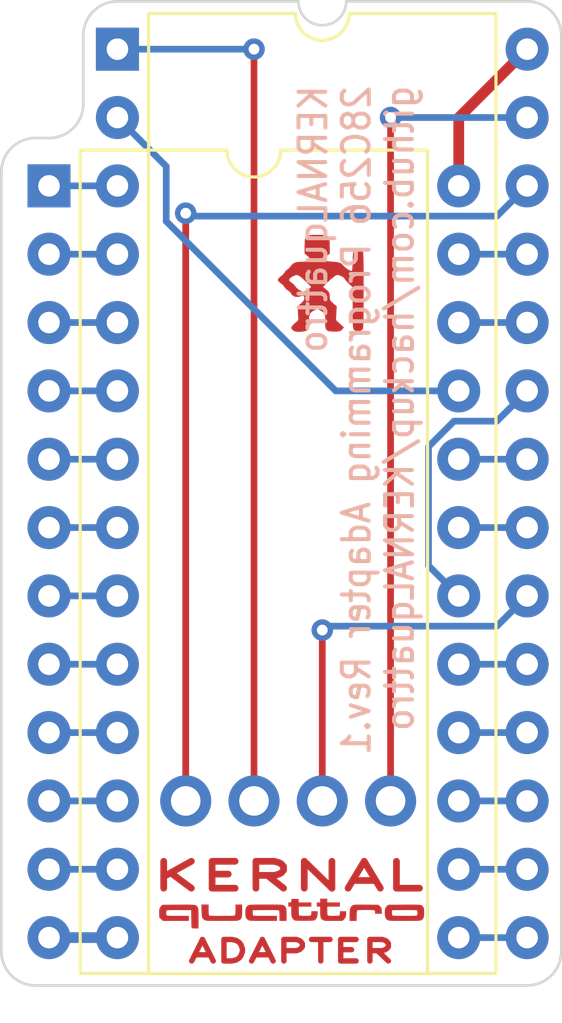
<source format=kicad_pcb>
(kicad_pcb (version 20211014) (generator pcbnew)
  (title_block (title "KERNALquattro Adapter") (rev "1") (company "www.hackup.net") (comment 1 "Creative Commons Attribution-NonCommercial-ShareAlike 4.0 International License.") (comment 2 "This work is licensed under a"))
  (layers (0 "F.Cu" signal) (31 "B.Cu" signal) (34 "B.Paste" user) (35 "F.Paste" user) (36 "B.SilkS" user "B.Silkscreen") (37 "F.SilkS" user "F.Silkscreen") (38 "B.Mask" user) (39 "F.Mask" user) (44 "Edge.Cuts" user))
  (net 0 "")
  (net 1 "/A7")
  (net 2 "/A6")
  (net 3 "/A5")
  (net 4 "/A4")
  (net 5 "/A3")
  (net 6 "/A2")
  (net 7 "/A1")
  (net 8 "/A0")
  (net 9 "/D0")
  (net 10 "/D1")
  (net 11 "/D2")
  (net 12 "GND")
  (net 13 "/D3")
  (net 14 "/D4")
  (net 15 "/D5")
  (net 16 "/D6")
  (net 17 "/D7")
  (net 18 "/A11")
  (net 19 "/A10")
  (net 20 "/OE")
  (net 21 "/A12")
  (net 22 "/A9")
  (net 23 "/A8")
  (net 24 "+5V")
  (net 25 "/A13")
  (net 26 "/A14")
  (net 27 "/CS")
  (net 28 "/WE")
  (footprint "Package_DIP:DIP-24_W15.24mm_Socket" (layer "F.Cu") (at 99.055 81.28)
    (fp_text reference "CN1" hide)
    (fp_text value "2364")
    (fp_line (start 1.16 -1.33) (end 1.16 29.27) (layer "F.SilkS") (width 0.12))
    (fp_line (start 14.08 29.27) (end 14.08 -1.33) (layer "F.SilkS") (width 0.12))
    (fp_line (start 14.08 -1.33) (end 8.62 -1.33) (layer "F.SilkS") (width 0.12))
    (fp_line (start 6.62 -1.33) (end 1.16 -1.33) (layer "F.SilkS") (width 0.12))
    (fp_line (start 1.16 29.27) (end 14.08 29.27) (layer "F.SilkS") (width 0.12))
    (fp_arc (start 8.62 -1.33) (mid 7.62 -0.33) (end 6.62 -1.33) (layer "F.SilkS") (width 0.12))
    (pad "1" thru_hole rect (at 0 0) (size 1.6 1.6) (drill 0.8) (layers *.Cu *.Mask) (net 1 "/A7"))
    (pad "2" thru_hole oval (at 0 2.54) (size 1.6 1.6) (drill 0.8) (layers *.Cu *.Mask) (net 2 "/A6"))
    (pad "3" thru_hole oval (at 0 5.08) (size 1.6 1.6) (drill 0.8) (layers *.Cu *.Mask) (net 3 "/A5"))
    (pad "4" thru_hole oval (at 0 7.62) (size 1.6 1.6) (drill 0.8) (layers *.Cu *.Mask) (net 4 "/A4"))
    (pad "5" thru_hole oval (at 0 10.16) (size 1.6 1.6) (drill 0.8) (layers *.Cu *.Mask) (net 5 "/A3"))
    (pad "6" thru_hole oval (at 0 12.7) (size 1.6 1.6) (drill 0.8) (layers *.Cu *.Mask) (net 6 "/A2"))
    (pad "7" thru_hole oval (at 0 15.24) (size 1.6 1.6) (drill 0.8) (layers *.Cu *.Mask) (net 7 "/A1"))
    (pad "8" thru_hole oval (at 0 17.78) (size 1.6 1.6) (drill 0.8) (layers *.Cu *.Mask) (net 8 "/A0"))
    (pad "9" thru_hole oval (at 0 20.32) (size 1.6 1.6) (drill 0.8) (layers *.Cu *.Mask) (net 9 "/D0"))
    (pad "10" thru_hole oval (at 0 22.86) (size 1.6 1.6) (drill 0.8) (layers *.Cu *.Mask) (net 10 "/D1"))
    (pad "11" thru_hole oval (at 0 25.4) (size 1.6 1.6) (drill 0.8) (layers *.Cu *.Mask) (net 11 "/D2"))
    (pad "12" thru_hole oval (at 0 27.94) (size 1.6 1.6) (drill 0.8) (layers *.Cu *.Mask) (net 12 "GND"))
    (pad "13" thru_hole oval (at 15.24 27.94) (size 1.6 1.6) (drill 0.8) (layers *.Cu *.Mask) (net 13 "/D3"))
    (pad "14" thru_hole oval (at 15.24 25.4) (size 1.6 1.6) (drill 0.8) (layers *.Cu *.Mask) (net 14 "/D4"))
    (pad "15" thru_hole oval (at 15.24 22.86) (size 1.6 1.6) (drill 0.8) (layers *.Cu *.Mask) (net 15 "/D5"))
    (pad "16" thru_hole oval (at 15.24 20.32) (size 1.6 1.6) (drill 0.8) (layers *.Cu *.Mask) (net 16 "/D6"))
    (pad "17" thru_hole oval (at 15.24 17.78) (size 1.6 1.6) (drill 0.8) (layers *.Cu *.Mask) (net 17 "/D7"))
    (pad "18" thru_hole oval (at 15.24 15.24) (size 1.6 1.6) (drill 0.8) (layers *.Cu *.Mask) (net 18 "/A11"))
    (pad "19" thru_hole oval (at 15.24 12.7) (size 1.6 1.6) (drill 0.8) (layers *.Cu *.Mask) (net 19 "/A10"))
    (pad "20" thru_hole oval (at 15.24 10.16) (size 1.6 1.6) (drill 0.8) (layers *.Cu *.Mask) (net 20 "/OE"))
    (pad "21" thru_hole oval (at 15.24 7.62) (size 1.6 1.6) (drill 0.8) (layers *.Cu *.Mask) (net 21 "/A12"))
    (pad "22" thru_hole oval (at 15.24 5.08) (size 1.6 1.6) (drill 0.8) (layers *.Cu *.Mask) (net 22 "/A9"))
    (pad "23" thru_hole oval (at 15.24 2.54) (size 1.6 1.6) (drill 0.8) (layers *.Cu *.Mask) (net 23 "/A8"))
    (pad "24" thru_hole oval (at 15.24 0) (size 1.6 1.6) (drill 0.8) (layers *.Cu *.Mask) (net 24 "+5V"))
  )
  (footprint "Connector_PinHeader_2.54mm:PinHeader_1x04_P2.54mm_Vertical" (layer "F.Cu") (at 104.14 104.14 90)
    (fp_text reference "J1" hide)
    (fp_text value "Pogo")
    (pad "1" thru_hole circle (at 0 0 90) (size 1.9 1.9) (drill 1.1) (layers *.Cu *.Mask) (net 25 "/A13"))
    (pad "2" thru_hole circle (at 0 2.54 90) (size 1.9 1.9) (drill 1.1) (layers *.Cu *.Mask) (net 26 "/A14"))
    (pad "3" thru_hole circle (at 0 5.08 90) (size 1.9 1.9) (drill 1.1) (layers *.Cu *.Mask) (net 27 "/CS"))
    (pad "4" thru_hole circle (at 0 7.62 90) (size 1.9 1.9) (drill 1.1) (layers *.Cu *.Mask) (net 28 "/WE"))
  )
  (footprint "Package_DIP:DIP-28_W15.24mm" (layer "F.Cu") (at 101.6 76.2)
    (fp_text reference "U1" hide)
    (fp_text value "28C256")
    (fp_line (start 14.08 -1.33) (end 8.62 -1.33) (layer "F.SilkS") (width 0.12))
    (fp_line (start 14.08 34.35) (end 14.08 -1.33) (layer "F.SilkS") (width 0.12))
    (fp_line (start 1.16 -1.33) (end 1.16 34.35) (layer "F.SilkS") (width 0.12))
    (fp_line (start 6.62 -1.33) (end 1.16 -1.33) (layer "F.SilkS") (width 0.12))
    (fp_line (start 1.16 34.35) (end 14.08 34.35) (layer "F.SilkS") (width 0.12))
    (fp_arc (start 8.62 -1.33) (mid 7.62 -0.33) (end 6.62 -1.33) (layer "F.SilkS") (width 0.12))
    (pad "1" thru_hole rect (at 0 0) (size 1.6 1.6) (drill 0.8) (layers *.Cu *.Mask) (net 26 "/A14"))
    (pad "2" thru_hole oval (at 0 2.54) (size 1.6 1.6) (drill 0.8) (layers *.Cu *.Mask) (net 21 "/A12"))
    (pad "3" thru_hole oval (at 0 5.08) (size 1.6 1.6) (drill 0.8) (layers *.Cu *.Mask) (net 1 "/A7"))
    (pad "4" thru_hole oval (at 0 7.62) (size 1.6 1.6) (drill 0.8) (layers *.Cu *.Mask) (net 2 "/A6"))
    (pad "5" thru_hole oval (at 0 10.16) (size 1.6 1.6) (drill 0.8) (layers *.Cu *.Mask) (net 3 "/A5"))
    (pad "6" thru_hole oval (at 0 12.7) (size 1.6 1.6) (drill 0.8) (layers *.Cu *.Mask) (net 4 "/A4"))
    (pad "7" thru_hole oval (at 0 15.24) (size 1.6 1.6) (drill 0.8) (layers *.Cu *.Mask) (net 5 "/A3"))
    (pad "8" thru_hole oval (at 0 17.78) (size 1.6 1.6) (drill 0.8) (layers *.Cu *.Mask) (net 6 "/A2"))
    (pad "9" thru_hole oval (at 0 20.32) (size 1.6 1.6) (drill 0.8) (layers *.Cu *.Mask) (net 7 "/A1"))
    (pad "10" thru_hole oval (at 0 22.86) (size 1.6 1.6) (drill 0.8) (layers *.Cu *.Mask) (net 8 "/A0"))
    (pad "11" thru_hole oval (at 0 25.4) (size 1.6 1.6) (drill 0.8) (layers *.Cu *.Mask) (net 9 "/D0"))
    (pad "12" thru_hole oval (at 0 27.94) (size 1.6 1.6) (drill 0.8) (layers *.Cu *.Mask) (net 10 "/D1"))
    (pad "13" thru_hole oval (at 0 30.48) (size 1.6 1.6) (drill 0.8) (layers *.Cu *.Mask) (net 11 "/D2"))
    (pad "14" thru_hole oval (at 0 33.02) (size 1.6 1.6) (drill 0.8) (layers *.Cu *.Mask) (net 12 "GND"))
    (pad "15" thru_hole oval (at 15.24 33.02) (size 1.6 1.6) (drill 0.8) (layers *.Cu *.Mask) (net 13 "/D3"))
    (pad "16" thru_hole oval (at 15.24 30.48) (size 1.6 1.6) (drill 0.8) (layers *.Cu *.Mask) (net 14 "/D4"))
    (pad "17" thru_hole oval (at 15.24 27.94) (size 1.6 1.6) (drill 0.8) (layers *.Cu *.Mask) (net 15 "/D5"))
    (pad "18" thru_hole oval (at 15.24 25.4) (size 1.6 1.6) (drill 0.8) (layers *.Cu *.Mask) (net 16 "/D6"))
    (pad "19" thru_hole oval (at 15.24 22.86) (size 1.6 1.6) (drill 0.8) (layers *.Cu *.Mask) (net 17 "/D7"))
    (pad "20" thru_hole oval (at 15.24 20.32) (size 1.6 1.6) (drill 0.8) (layers *.Cu *.Mask) (net 27 "/CS"))
    (pad "21" thru_hole oval (at 15.24 17.78) (size 1.6 1.6) (drill 0.8) (layers *.Cu *.Mask) (net 19 "/A10"))
    (pad "22" thru_hole oval (at 15.24 15.24) (size 1.6 1.6) (drill 0.8) (layers *.Cu *.Mask) (net 20 "/OE"))
    (pad "23" thru_hole oval (at 15.24 12.7) (size 1.6 1.6) (drill 0.8) (layers *.Cu *.Mask) (net 18 "/A11"))
    (pad "24" thru_hole oval (at 15.24 10.16) (size 1.6 1.6) (drill 0.8) (layers *.Cu *.Mask) (net 22 "/A9"))
    (pad "25" thru_hole oval (at 15.24 7.62) (size 1.6 1.6) (drill 0.8) (layers *.Cu *.Mask) (net 23 "/A8"))
    (pad "26" thru_hole oval (at 15.24 5.08) (size 1.6 1.6) (drill 0.8) (layers *.Cu *.Mask) (net 25 "/A13"))
    (pad "27" thru_hole oval (at 15.24 2.54) (size 1.6 1.6) (drill 0.8) (layers *.Cu *.Mask) (net 28 "/WE"))
    (pad "28" thru_hole oval (at 15.24 0) (size 1.6 1.6) (drill 0.8) (layers *.Cu *.Mask) (net 24 "+5V"))
  )
  (footprint "Library:quattro" (layer "F.Cu") (at 108.080243 108.333644)
    (fp_text reference "G***" hide)
    (fp_text value "LOGO" hide)
    (fp_poly (pts (xy 1.326168 -0.421253) (xy 1.794227 -0.421253) (xy 1.794227 -0.265233) (xy 1.326168 -0.265233) (xy 1.326168 -0.112334) (xy 1.328224 -0.029089) (xy 1.334202 0.028579) (xy 1.343819 0.058068) (xy 1.34489 0.059288) (xy 1.368628 0.067579) (xy 1.415939 0.073583) (xy 1.479277 0.077298) (xy 1.551095 0.078725) (xy 1.623847 0.077864) (xy 1.689985 0.074715) (xy 1.741964 0.069278) (xy 1.772237 0.061552) (xy 1.775504 0.059288) (xy 1.787185 0.032852) (xy 1.793723 -0.010584) (xy 1.794227 -0.026523) (xy 1.794227 -0.093612) (xy 2.028256 -0.093612) (xy 2.028256 0.000775) (xy 2.02083 0.086763) (xy 1.996059 0.153544) (xy 1.950201 0.209992) (xy 1.934008 0.22437) (xy 1.885444 0.265234) (xy 1.547299 0.265175) (xy 1.434706 0.264942) (xy 1.348841 0.26405) (xy 1.28523 0.262148) (xy 1.239396 0.258885) (xy 1.206867 0.253908) (xy 1.183167 0.246866) (xy 1.163821 0.237406) (xy 1.159204 0.234661) (xy 1.121039 0.206793) (xy 1.093945 0.173477) (xy 1.076166 0.129142) (xy 1.065946 0.068213) (xy 1.061529 -0.01488) (xy 1.060934 -0.077235) (xy 1.060934 -0.265233) (xy 0.936118 -0.265233) (xy 0.936118 -0.421253) (xy 1.060934 -0.421253) (xy 1.060934 -0.561671) (xy 1.326168 -0.561671)) (layer "F.Cu") (width 0) (fill solid))
    (fp_poly (pts (xy -0.804202 -0.343107) (xy -0.677195 -0.342749) (xy -0.575123 -0.341979) (xy -0.494851 -0.34066) (xy -0.433244 -0.338658) (xy -0.387166 -0.335838) (xy -0.353485 -0.332066) (xy -0.329065 -0.327206) (xy -0.310771 -0.321124) (xy -0.297399 -0.314734) (xy -0.257884 -0.289325) (xy -0.228854 -0.258368) (xy -0.208794 -0.216947) (xy -0.196188 -0.160145) (xy -0.189521 -0.083045) (xy -0.187275 0.019271) (xy -0.187223 0.042662) (xy -0.187223 0.265234) (xy -0.452457 0.265234) (xy -0.452457 0.07992) (xy -0.453521 -0.006873) (xy -0.457011 -0.066728) (xy -0.463368 -0.103846) (xy -0.473034 -0.122429) (xy -0.473837 -0.123137) (xy -0.491943 -0.128647) (xy -0.532463 -0.132807) (xy -0.597117 -0.135663) (xy -0.687626 -0.137264) (xy -0.805709 -0.137655) (xy -0.953088 -0.136885) (xy -0.969199 -0.136749) (xy -1.443181 -0.132617) (xy -1.447941 -0.04944) (xy -1.447366 0.004845) (xy -1.439993 0.044848) (xy -1.434329 0.055874) (xy -1.423787 0.062585) (xy -1.402425 0.067848) (xy -1.36699 0.071821) (xy -1.314233 0.074664) (xy -1.240903 0.076534) (xy -1.143749 0.077591) (xy -1.019521 0.077993) (xy -0.981013 0.07801) (xy -0.546068 0.07801) (xy -0.546068 0.265234) (xy -1.057033 0.265175) (xy -1.197535 0.265062) (xy -1.310301 0.26463) (xy -1.398797 0.263693) (xy -1.466489 0.26206) (xy -1.516846 0.259544) (xy -1.553332 0.255956) (xy -1.579416 0.251107) (xy -1.598565 0.244809) (xy -1.614244 0.236873) (xy -1.617946 0.234661) (xy -1.665054 0.197713) (xy -1.696778 0.150674) (xy -1.715416 0.08761) (xy -1.723265 0.002587) (xy -1.723898 -0.039005) (xy -1.71973 -0.134499) (xy -1.705694 -0.205655) (xy -1.679493 -0.258407) (xy -1.638829 -0.298688) (xy -1.617946 -0.312671) (xy -1.603867 -0.32039) (xy -1.587359 -0.326685) (xy -1.565294 -0.331702) (xy -1.534545 -0.335584) (xy -1.491983 -0.338478) (xy -1.43448 -0.340527) (xy -1.35891 -0.341877) (xy -1.262144 -0.342672) (xy -1.141055 -0.343058) (xy -0.992514 -0.343179) (xy -0.959277 -0.343185)) (layer "F.Cu") (width 0) (fill solid))
    (fp_poly (pts (xy 2.651364 -0.340708) (xy 2.773012 -0.339659) (xy 3.229132 -0.335442) (xy 3.287352 -0.2772) (xy 3.318465 -0.243732) (xy 3.336632 -0.214009) (xy 3.346082 -0.17702) (xy 3.351042 -0.121754) (xy 3.351758 -0.109479) (xy 3.357944 0) (xy 3.104792 0) (xy 3.104792 -0.051486) (xy 3.099429 -0.092829) (xy 3.086487 -0.121264) (xy 3.086069 -0.121695) (xy 3.067331 -0.128886) (xy 3.025965 -0.134227) (xy 2.959775 -0.137844) (xy 2.866565 -0.139863) (xy 2.758977 -0.140417) (xy 2.653229 -0.140241) (xy 2.574428 -0.139447) (xy 2.518316 -0.13764) (xy 2.480638 -0.134424) (xy 2.457136 -0.129403) (xy 2.443555 -0.122182) (xy 2.435636 -0.112365) (xy 2.434456 -0.110239) (xy 2.427865 -0.082806) (xy 2.422573 -0.032002) (xy 2.419201 0.034348) (xy 2.418305 0.092586) (xy 2.418305 0.265234) (xy 2.153072 0.265234) (xy 2.153414 0.058508) (xy 2.156073 -0.054835) (xy 2.164574 -0.142013) (xy 2.180346 -0.207751) (xy 2.204814 -0.256774) (xy 2.239404 -0.293807) (xy 2.265279 -0.312033) (xy 2.281486 -0.321204) (xy 2.299398 -0.328373) (xy 2.322742 -0.333744) (xy 2.355244 -0.337518) (xy 2.400631 -0.339898) (xy 2.462629 -0.341089) (xy 2.544964 -0.341291)) (layer "F.Cu") (width 0) (fill solid))
    (fp_poly (pts (xy 0.26223 -0.487561) (xy 0.267028 -0.421253) (xy 0.733293 -0.421253) (xy 0.733293 -0.265233) (xy 0.265234 -0.265233) (xy 0.265234 -0.112334) (xy 0.26729 -0.029089) (xy 0.273268 0.028579) (xy 0.282885 0.058068) (xy 0.283956 0.059288) (xy 0.309361 0.068542) (xy 0.364291 0.074646) (xy 0.449364 0.077652) (xy 0.501835 0.07801) (xy 0.591163 0.077313) (xy 0.653958 0.073663) (xy 0.694886 0.064722) (xy 0.718613 0.048152) (xy 0.729803 0.021616) (xy 0.733123 -0.017226) (xy 0.733293 -0.037979) (xy 0.733293 -0.093612) (xy 0.967322 -0.093612) (xy 0.967322 -0.0073) (xy 0.956945 0.09005) (xy 0.924799 0.167699) (xy 0.882299 0.218428) (xy 0.867918 0.231096) (xy 0.852989 0.240714) (xy 0.833219 0.24775) (xy 0.804312 0.252673) (xy 0.761973 0.255951) (xy 0.701909 0.258054) (xy 0.619825 0.259448) (xy 0.511427 0.260603) (xy 0.49414 0.26077) (xy 0.391693 0.261161) (xy 0.298433 0.260389) (xy 0.219344 0.258586) (xy 0.159411 0.255883) (xy 0.123617 0.252414) (xy 0.117015 0.250775) (xy 0.06698 0.21579) (xy 0.023929 0.161792) (xy -0.000372 0.107915) (xy -0.006916 0.069478) (xy -0.012051 0.009585) (xy -0.015082 -0.062022) (xy -0.015601 -0.10521) (xy -0.015601 -0.265233) (xy -0.124815 -0.265233) (xy -0.124815 -0.421253) (xy -0.071105 -0.421253) (xy -0.037286 -0.423223) (xy -0.020954 -0.434942) (xy -0.014424 -0.465121) (xy -0.012598 -0.487561) (xy -0.0078 -0.55387) (xy 0.257433 -0.55387)) (layer "F.Cu") (width 0) (fill solid))
    (fp_poly (pts (xy -3.812526 -0.340915) (xy -3.727682 -0.338898) (xy -3.661902 -0.335031) (xy -3.612149 -0.328912) (xy -3.57539 -0.320139) (xy -3.548588 -0.308312) (xy -3.528708 -0.293029) (xy -3.512717 -0.273889) (xy -3.497578 -0.25049) (xy -3.494208 -0.244973) (xy -3.484515 -0.226896) (xy -3.477115 -0.205738) (xy -3.471701 -0.177277) (xy -3.467966 -0.137294) (xy -3.465605 -0.081566) (xy -3.464311 -0.005874) (xy -3.463778 0.094006) (xy -3.463694 0.175522) (xy -3.463636 0.546069) (xy -3.588941 0.546069) (xy -3.661651 0.543895) (xy -3.705297 0.537192) (xy -3.721459 0.526567) (xy -3.723828 0.505639) (xy -3.726268 0.458504) (xy -3.728616 0.390158) (xy -3.730705 0.305595) (xy -3.732371 0.209812) (xy -3.732671 0.187224) (xy -3.73667 -0.132617) (xy -4.179431 -0.136763) (xy -4.324775 -0.137655) (xy -4.440673 -0.137289) (xy -4.528859 -0.135612) (xy -4.591067 -0.132575) (xy -4.629031 -0.128126) (xy -4.643589 -0.123152) (xy -4.657192 -0.095947) (xy -4.663923 -0.051004) (xy -4.663596 -0.001064) (xy -4.656025 0.041132) (xy -4.646265 0.059288) (xy -4.629921 0.065549) (xy -4.59336 0.070419) (xy -4.534311 0.073998) (xy -4.450503 0.076387) (xy -4.339666 0.077686) (xy -4.225012 0.07801) (xy -3.822481 0.07801) (xy -3.822481 0.265234) (xy -4.791011 0.265234) (xy -4.856715 0.203966) (xy -4.92242 0.142697) (xy -4.927856 -0.007524) (xy -4.928835 -0.097351) (xy -4.922883 -0.163805) (xy -4.907955 -0.214331) (xy -4.882005 -0.256375) (xy -4.850069 -0.290704) (xy -4.803388 -0.335442) (xy -4.211783 -0.339878) (xy -4.051541 -0.341004) (xy -3.919467 -0.341483)) (layer "F.Cu") (width 0) (fill solid))
    (fp_poly (pts (xy -3.089189 -0.151339) (xy -3.087552 -0.052535) (xy -3.082625 0.015505) (xy -3.074385 0.053047) (xy -3.070466 0.059288) (xy -3.055013 0.065168) (xy -3.020209 0.069825) (xy -2.96382 0.073346) (xy -2.883616 0.075819) (xy -2.777365 0.077332) (xy -2.642832 0.077974) (xy -2.595721 0.07801) (xy -2.462048 0.077822) (xy -2.356182 0.077142) (xy -2.274726 0.075798) (xy -2.214284 0.073616) (xy -2.17146 0.070422) (xy -2.142858 0.066044) (xy -2.125082 0.060307) (xy -2.11518 0.053493) (xy -2.104224 0.03618) (xy -2.096939 0.006645) (xy -2.092696 -0.04051) (xy -2.090868 -0.11068) (xy -2.090663 -0.157134) (xy -2.090663 -0.343243) (xy -1.841031 -0.343243) (xy -1.841031 -0.11624) (xy -1.842198 -0.010987) (xy -1.846646 0.068203) (xy -1.8558 0.126413) (xy -1.871084 0.16873) (xy -1.893922 0.200238) (xy -1.925738 0.226022) (xy -1.939301 0.234661) (xy -1.953471 0.242428) (xy -1.97008 0.248752) (xy -1.992279 0.25378) (xy -2.023222 0.257662) (xy -2.06606 0.260543) (xy -2.123946 0.262572) (xy -2.20003 0.263897) (xy -2.297466 0.264664) (xy -2.419405 0.265021) (xy -2.569 0.265116) (xy -2.589926 0.265117) (xy -2.743232 0.265044) (xy -2.868486 0.264726) (xy -2.968839 0.264017) (xy -3.047443 0.262769) (xy -3.107449 0.260835) (xy -3.152008 0.258067) (xy -3.184272 0.254318) (xy -3.207393 0.249441) (xy -3.224521 0.243289) (xy -3.238808 0.235715) (xy -3.24046 0.234716) (xy -3.278372 0.208958) (xy -3.306182 0.181239) (xy -3.325589 0.146267) (xy -3.338293 0.098747) (xy -3.345996 0.033386) (xy -3.350396 -0.055109) (xy -3.351953 -0.112381) (xy -3.357284 -0.343243) (xy -3.089189 -0.343243)) (layer "F.Cu") (width 0) (fill solid))
    (fp_poly (pts (xy 4.581475 -0.340914) (xy 4.666291 -0.338895) (xy 4.732048 -0.335024) (xy 4.781779 -0.328901) (xy 4.818522 -0.320122) (xy 4.845312 -0.308287) (xy 4.865183 -0.292995) (xy 4.881173 -0.273843) (xy 4.896317 -0.250429) (xy 4.899649 -0.244973) (xy 4.914634 -0.214199) (xy 4.923925 -0.176418) (xy 4.928705 -0.123769) (xy 4.930156 -0.048391) (xy 4.930163 -0.04213) (xy 4.927341 0.051727) (xy 4.917364 0.120822) (xy 4.89809 0.171192) (xy 4.867377 0.208873) (xy 4.831952 0.234661) (xy 4.817598 0.242522) (xy 4.800781 0.248903) (xy 4.7783 0.253957) (xy 4.746954 0.257839) (xy 4.703542 0.2607) (xy 4.644865 0.262694) (xy 4.56772 0.263976) (xy 4.468907 0.264697) (xy 4.345226 0.265011) (xy 4.196929 0.265072) (xy 4.045932 0.26499) (xy 3.922954 0.264665) (xy 3.824812 0.263941) (xy 3.74832 0.262663) (xy 3.690294 0.260675) (xy 3.64755 0.257822) (xy 3.616903 0.25395) (xy 3.59517 0.248901) (xy 3.579165 0.242521) (xy 3.565704 0.234654) (xy 3.56505 0.234225) (xy 3.519082 0.195431) (xy 3.488449 0.146564) (xy 3.470842 0.081488) (xy 3.463958 -0.005934) (xy 3.463637 -0.035636) (xy 3.464083 -0.04944) (xy 3.731911 -0.04944) (xy 3.732486 0.004845) (xy 3.739859 0.044848) (xy 3.745523 0.055874) (xy 3.75599 0.062533) (xy 3.777215 0.067767) (xy 3.812426 0.071731) (xy 3.864845 0.07458) (xy 3.937698 0.076468) (xy 4.03421 0.077551) (xy 4.157605 0.077984) (xy 4.206092 0.07801) (xy 4.335256 0.077916) (xy 4.43672 0.077479) (xy 4.513988 0.076469) (xy 4.570563 0.074655) (xy 4.609949 0.071806) (xy 4.63565 0.067692) (xy 4.651168 0.062083) (xy 4.660009 0.054746) (xy 4.664439 0.047832) (xy 4.676693 0.00731) (xy 4.680025 -0.042818) (xy 4.674826 -0.089815) (xy 4.661487 -0.120948) (xy 4.659197 -0.123148) (xy 4.640753 -0.128798) (xy 4.599642 -0.13302) (xy 4.534133 -0.135865) (xy 4.442494 -0.137382) (xy 4.322995 -0.137622) (xy 4.187237 -0.13676) (xy 3.736671 -0.132617) (xy 3.731911 -0.04944) (xy 3.464083 -0.04944) (xy 3.466417 -0.121725) (xy 3.476558 -0.18519) (xy 3.49676 -0.234261) (xy 3.529723 -0.277166) (xy 3.549206 -0.296437) (xy 3.590933 -0.335442) (xy 4.182306 -0.339878) (xy 4.342518 -0.341004) (xy 4.474562 -0.341483)) (layer "F.Cu") (width 0) (fill solid))
  )
  (footprint "Logo:bigby2-cu" (layer "F.Cu") (at 109.22 84.836)
    (fp_text reference "G***" hide)
    (fp_text value "LOGO" hide)
    (fp_poly (pts (xy -0.011485 -1.728467) (xy 0.113732 -1.717124) (xy 0.194843 -1.687923) (xy 0.241542 -1.632439) (xy 0.263521 -1.542246) (xy 0.270474 -1.408921) (xy 0.271308 -1.328994) (xy 0.273257 -1.04049) (xy 0.168379 -0.956808) (xy 0.105032 -0.892095) (xy 0.067481 -0.826879) (xy 0.062385 -0.77734) (xy 0.087312 -0.759744) (xy 0.127711 -0.756134) (xy 0.215607 -0.74839) (xy 0.335236 -0.737898) (xy 0.394892 -0.732679) (xy 0.531508 -0.719487) (xy 0.621502 -0.704831) (xy 0.681588 -0.682684) (xy 0.728481 -0.647018) (xy 0.775892 -0.595287) (xy 0.854874 -0.518356) (xy 0.944952 -0.451548) (xy 1.029404 -0.405121) (xy 1.09151 -0.389332) (xy 1.105316 -0.393209) (xy 1.115338 -0.429014) (xy 1.124376 -0.514977) (xy 1.131371 -0.637757) (xy 1.13502 -0.76718) (xy 1.139106 -0.928835) (xy 1.146403 -1.038611) (xy 1.158673 -1.108111) (xy 1.177674 -1.14894) (xy 1.195579 -1.166425) (xy 1.29101 -1.202114) (xy 1.400648 -1.196807) (xy 1.475118 -1.16372) (xy 1.488952 -1.150785) (xy 1.500416 -1.130319) (xy 1.509731 -1.096728) (xy 1.517116 -1.04442) (xy 1.522788 -0.9678) (xy 1.526969 -0.861275) (xy 1.529876 -0.71925) (xy 1.531729 -0.536133) (xy 1.532746 -0.306329) (xy 1.533148 -0.024245) (xy 1.533153 0.315712) (xy 1.533153 0.317844) (xy 1.532922 0.658253) (xy 1.532326 0.940751) (xy 1.531144 1.170927) (xy 1.529156 1.354371) (xy 1.52614 1.496672) (xy 1.521875 1.603419) (xy 1.516141 1.680201) (xy 1.508718 1.732606) (xy 1.499384 1.766226) (xy 1.487919 1.786647) (xy 1.474647 1.799064) (xy 1.376472 1.836684) (xy 1.265456 1.831892) (xy 1.193094 1.799607) (xy 1.175112 1.781995) (xy 1.1613 1.753588) (xy 1.151101 1.706603) (xy 1.14396 1.633257) (xy 1.139323 1.525767) (xy 1.136633 1.37635) (xy 1.135335 1.177223) (xy 1.134934 0.984675) (xy 1.134065 0.211637) (xy 0.979782 0.062148) (xy 0.901816 -0.017658) (xy 0.846345 -0.082572) (xy 0.825499 -0.118224) (xy 0.799146 -0.148761) (xy 0.732681 -0.189721) (xy 0.696557 -0.207251) (xy 0.613805 -0.241662) (xy 0.55975 -0.248672) (xy 0.505771 -0.22821) (xy 0.468235 -0.206692) (xy 0.396192 -0.15478) (xy 0.300546 -0.073678) (xy 0.201272 0.019618) (xy 0.19561 0.025259) (xy 0.022365 0.198504) (xy 0.14612 0.3024) (xy 0.221538 0.372494) (xy 0.258266 0.434497) (xy 0.270015 0.516179) (xy 0.270766 0.55481) (xy 0.276486 0.647599) (xy 0.301118 0.711947) (xy 0.35795 0.773886) (xy 0.401734 0.811372) (xy 0.531811 0.919421) (xy 0.518782 1.176497) (xy 0.505754 1.433573) (xy 0.798146 1.702035) (xy 0.735253 1.779705) (xy 0.694397 1.821324) (xy 0.644378 1.844797) (xy 0.566817 1.855141) (xy 0.450638 1.857375) (xy 0.297496 1.851301) (xy 0.197085 1.826154) (xy 0.139611 1.771549) (xy 0.11528 1.6771) (xy 0.114298 1.532418) (xy 0.115741 1.502222) (xy 0.117859 1.346848) (xy 0.100457 1.238092) (xy 0.056678 1.160347) (xy -0.020335 1.098007) (xy -0.075669 1.066562) (xy -0.152049 1.029637) (xy -0.205195 1.023113) (xy -0.267621 1.046992) (xy -0.305332 1.066562) (xy -0.402294 1.127059) (xy -0.462465 1.194861) (xy -0.492699 1.285576) (xy -0.499855 1.414809) (xy -0.496742 1.502222) (xy -0.492373 1.63025) (xy -0.497412 1.711576) (xy -0.514532 1.762642) (xy -0.544891 1.798527) (xy -0.615745 1.832954) (xy -0.725524 1.856221) (xy -0.850294 1.866168) (xy -0.966123 1.860635) (xy -1.037737 1.842993) (xy -1.107556 1.793603) (xy -1.139614 1.752578) (xy -1.150671 1.711431) (xy -1.131349 1.666613) (xy -1.0735 1.604152) (xy -1.029397 1.563569) (xy -0.886666 1.435314) (xy -0.899789 1.176378) (xy -0.912912 0.917443) (xy -0.793004 0.821082) (xy -0.704937 0.7312) (xy -0.659639 0.643046) (xy -0.661706 0.568683) (xy -0.685037 0.537748) (xy -0.742867 0.520353) (xy -0.789634 0.537546) (xy -0.90009 0.569107) (xy -1.015232 0.559689) (xy -1.107263 0.511844) (xy -1.11125 0.508) (xy -1.157841 0.451438) (xy -1.17475 0.413565) (xy -1.200203 0.379535) (xy -1.262383 0.337448) (xy -1.271377 0.332663) (xy -1.350006 0.274409) (xy -1.403716 0.204314) (xy -1.403829 0.204068) (xy -1.454851 0.13485) (xy -1.533039 0.068093) (xy -1.545327 0.06013) (xy -1.613576 0.004066) (xy -1.649417 -0.052464) (xy -1.651 -0.0635) (xy -1.649159 -0.067395) (xy -1.237666 -0.067395) (xy -1.21517 -0.004673) (xy -1.141624 0.048336) (xy -1.062668 0.107176) (xy -1.008449 0.17852) (xy -1.008424 0.178574) (xy -0.954971 0.24511) (xy -0.867178 0.312438) (xy -0.771491 0.362989) (xy -0.705807 0.379596) (xy -0.656443 0.364494) (xy -0.578184 0.324688) (xy -0.53912 0.301226) (xy -0.464733 0.251149) (xy -0.419317 0.214564) (xy -0.41275 0.205286) (xy -0.43488 0.171195) (xy -0.492715 0.108258) (xy -0.57342 0.028572) (xy -0.664165 -0.055766) (xy -0.752115 -0.132658) (xy -0.824438 -0.190008) (xy -0.850696 -0.207554) (xy -0.913247 -0.241447) (xy -0.961408 -0.250082) (xy -1.020442 -0.232418) (xy -1.094894 -0.197474) (xy -1.197469 -0.132211) (xy -1.237666 -0.067395) (xy -1.649159 -0.067395) (xy -1.625844 -0.116715) (xy -1.563551 -0.174994) (xy -1.545327 -0.187131) (xy -1.465273 -0.251521) (xy -1.407673 -0.323668) (xy -1.40292 -0.333063) (xy -1.349062 -0.406423) (xy -1.293916 -0.446614) (xy -1.227193 -0.497303) (xy -1.167951 -0.573103) (xy -1.167761 -0.573433) (xy -1.09407 -0.659684) (xy -0.986869 -0.710192) (xy -0.834991 -0.729664) (xy -0.795652 -0.730251) (xy -0.620132 -0.738307) (xy -0.505713 -0.762691) (xy -0.452045 -0.803723) (xy -0.458779 -0.861724) (xy -0.525567 -0.937016) (xy -0.54938 -0.956808) (xy -0.654258 -1.04049) (xy -0.652309 -1.328994) (xy -0.649069 -1.485493) (xy -0.635357 -1.594901) (xy -0.601479 -1.665643) (xy -0.537743 -1.706143) (xy -0.434455 -1.724827) (xy -0.281922 -1.730119) (xy -0.1905 -1.730375) (xy -0.011485 -1.728467)) (layer "F.Cu") (width 0.01) (fill solid))
  )
  (gr_arc (start 100.33 78.232) (mid 99.958026 79.130026) (end 99.06 79.502) (layer "Edge.Cuts") (width 0.1))
  (gr_line (start 100.33 75.692) (end 100.33 78.232) (layer "Edge.Cuts") (width 0.1))
  (gr_arc (start 116.84 74.422) (mid 117.738026 74.793974) (end 118.11 75.692) (layer "Edge.Cuts") (width 0.1))
  (gr_arc (start 97.282 80.772) (mid 97.653974 79.873974) (end 98.552 79.502) (layer "Edge.Cuts") (width 0.1))
  (gr_arc (start 100.33 75.692) (mid 100.701974 74.793974) (end 101.6 74.422) (layer "Edge.Cuts") (width 0.1))
  (gr_arc (start 110.109 74.422) (mid 109.22 75.311) (end 108.331 74.422) (layer "Edge.Cuts") (width 0.1))
  (gr_line (start 98.552 110.998) (end 116.84 110.998) (layer "Edge.Cuts") (width 0.1))
  (gr_arc (start 118.11 109.728) (mid 117.738026 110.626026) (end 116.84 110.998) (layer "Edge.Cuts") (width 0.1))
  (gr_line (start 98.552 79.502) (end 99.06 79.502) (layer "Edge.Cuts") (width 0.1))
  (gr_line (start 108.331 74.422) (end 101.6 74.422) (layer "Edge.Cuts") (width 0.1))
  (gr_line (start 97.282 80.772) (end 97.282 109.728) (layer "Edge.Cuts") (width 0.1))
  (gr_arc (start 98.552 110.998) (mid 97.653974 110.626026) (end 97.282 109.728) (layer "Edge.Cuts") (width 0.1))
  (gr_line (start 118.11 109.728) (end 118.11 75.692) (layer "Edge.Cuts") (width 0.1))
  (gr_line (start 110.109 74.422) (end 116.84 74.422) (layer "Edge.Cuts") (width 0.1))
  (gr_text "ADAPTER" (at 108.077 109.728) (layer "F.Cu") (effects (font (size 0.8 1.2) (thickness 0.2))))
  (gr_text "KERNAL" (at 107.95 106.934) (layer "F.Cu") (effects (font (size 1 1.8) (thickness 0.25))))
  (gr_text "KERNALquattro \n28C256 Programming Adapter Rev.1\ngithub.com/hackup/KERNALquattro" (at 110.49 77.47 90) (layer "B.SilkS") (effects (font (size 1 0.9)) (justify left mirror)))
  (segment (start 99.055 81.28) (end 101.6 81.28) (width 0.25) (layer "B.Cu") (net 1))
  (segment (start 101.6 83.82) (end 99.055 83.82) (width 0.25) (layer "B.Cu") (net 2))
  (segment (start 101.6 86.36) (end 99.055 86.36) (width 0.25) (layer "B.Cu") (net 3))
  (segment (start 99.055 88.9) (end 101.6 88.9) (width 0.25) (layer "B.Cu") (net 4))
  (segment (start 101.6 91.44) (end 99.055 91.44) (width 0.25) (layer "B.Cu") (net 5))
  (segment (start 99.055 93.98) (end 101.6 93.98) (width 0.25) (layer "B.Cu") (net 6))
  (segment (start 101.6 96.52) (end 99.055 96.52) (width 0.25) (layer "B.Cu") (net 7))
  (segment (start 99.055 99.06) (end 101.6 99.06) (width 0.25) (layer "B.Cu") (net 8))
  (segment (start 99.055 101.6) (end 101.6 101.6) (width 0.25) (layer "B.Cu") (net 9))
  (segment (start 99.055 104.14) (end 101.6 104.14) (width 0.25) (layer "B.Cu") (net 10))
  (segment (start 99.055 106.68) (end 101.6 106.68) (width 0.25) (layer "B.Cu") (net 11))
  (segment (start 99.055 109.22) (end 101.6 109.22) (width 0.4) (layer "B.Cu") (net 12))
  (segment (start 114.295 109.22) (end 116.84 109.22) (width 0.25) (layer "B.Cu") (net 13))
  (segment (start 114.295 106.68) (end 116.84 106.68) (width 0.25) (layer "B.Cu") (net 14))
  (segment (start 114.295 104.14) (end 116.84 104.14) (width 0.25) (layer "B.Cu") (net 15))
  (segment (start 114.295 101.6) (end 116.84 101.6) (width 0.25) (layer "B.Cu") (net 16))
  (segment (start 114.295 99.06) (end 116.84 99.06) (width 0.25) (layer "B.Cu") (net 17))
  (segment (start 114.120189 90.024511) (end 115.715489 90.024511) (width 0.25) (layer "B.Cu") (net 18))
  (segment (start 114.295 96.52) (end 113.170489 95.395489) (width 0.25) (layer "B.Cu") (net 18))
  (segment (start 115.715489 90.024511) (end 116.84 88.9) (width 0.25) (layer "B.Cu") (net 18))
  (segment (start 113.170489 95.395489) (end 113.170489 90.974211) (width 0.25) (layer "B.Cu") (net 18))
  (segment (start 113.170489 90.974211) (end 114.120189 90.024511) (width 0.25) (layer "B.Cu") (net 18))
  (segment (start 114.295 93.98) (end 116.84 93.98) (width 0.25) (layer "B.Cu") (net 19))
  (segment (start 114.295 91.44) (end 116.84 91.44) (width 0.25) (layer "B.Cu") (net 20))
  (segment (start 103.415499 80.555499) (end 101.6 78.74) (width 0.25) (layer "B.Cu") (net 21))
  (segment (start 114.295 88.9) (end 109.7194 88.9) (width 0.25) (layer "B.Cu") (net 21))
  (segment (start 109.7194 88.9) (end 103.415499 82.596099) (width 0.25) (layer "B.Cu") (net 21))
  (segment (start 103.415499 82.596099) (end 103.415499 80.555499) (width 0.25) (layer "B.Cu") (net 21))
  (segment (start 114.295 86.36) (end 116.84 86.36) (width 0.25) (layer "B.Cu") (net 22))
  (segment (start 114.295 83.82) (end 116.84 83.82) (width 0.25) (layer "B.Cu") (net 23))
  (segment (start 116.84 76.2) (end 114.295 78.745) (width 0.4) (layer "F.Cu") (net 24))
  (segment (start 114.295 78.745) (end 114.295 81.28) (width 0.4) (layer "F.Cu") (net 24))
  (segment (start 104.14 82.296) (end 104.14 104.14) (width 0.25) (layer "F.Cu") (net 25))
  (via (at 104.14 82.296) (size 0.8) (drill 0.4) (layers "F.Cu" "B.Cu") (net 25))
  (segment (start 115.715489 82.404511) (end 104.248511 82.404511) (width 0.25) (layer "B.Cu") (net 25))
  (segment (start 116.84 81.28) (end 115.715489 82.404511) (width 0.25) (layer "B.Cu") (net 25))
  (segment (start 104.248511 82.404511) (end 104.14 82.296) (width 0.25) (layer "B.Cu") (net 25))
  (segment (start 106.68 76.2) (end 106.68 104.14) (width 0.25) (layer "F.Cu") (net 26))
  (via (at 106.68 76.2) (size 0.8) (drill 0.4) (layers "F.Cu" "B.Cu") (net 26))
  (segment (start 101.6 76.2) (end 106.68 76.2) (width 0.25) (layer "B.Cu") (net 26))
  (segment (start 109.22 97.79) (end 109.22 104.14) (width 0.25) (layer "F.Cu") (net 27))
  (via (at 109.22 97.79) (size 0.8) (drill 0.4) (layers "F.Cu" "B.Cu") (net 27))
  (segment (start 116.84 96.52) (end 115.715489 97.644511) (width 0.25) (layer "B.Cu") (net 27))
  (segment (start 109.365489 97.644511) (end 109.22 97.79) (width 0.25) (layer "B.Cu") (net 27))
  (segment (start 115.715489 97.644511) (end 109.365489 97.644511) (width 0.25) (layer "B.Cu") (net 27))
  (segment (start 111.76 78.74) (end 111.76 104.14) (width 0.25) (layer "F.Cu") (net 28))
  (via (at 111.76 78.74) (size 0.8) (drill 0.4) (layers "F.Cu" "B.Cu") (net 28))
  (segment (start 116.84 78.74) (end 111.76 78.74) (width 0.25) (layer "B.Cu") (net 28))
)
</source>
